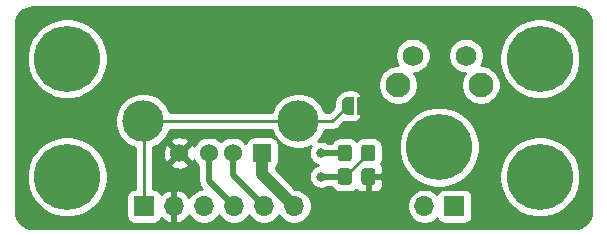
<source format=gtl>
G04 #@! TF.GenerationSoftware,KiCad,Pcbnew,5.1.9+dfsg1-1*
G04 #@! TF.CreationDate,2023-03-08T16:13:55+09:00*
G04 #@! TF.ProjectId,tablet-usb-adapter,7461626c-6574-42d7-9573-622d61646170,rev?*
G04 #@! TF.SameCoordinates,Original*
G04 #@! TF.FileFunction,Copper,L1,Top*
G04 #@! TF.FilePolarity,Positive*
%FSLAX46Y46*%
G04 Gerber Fmt 4.6, Leading zero omitted, Abs format (unit mm)*
G04 Created by KiCad (PCBNEW 5.1.9+dfsg1-1) date 2023-03-08 16:13:55*
%MOMM*%
%LPD*%
G01*
G04 APERTURE LIST*
G04 #@! TA.AperFunction,ComponentPad*
%ADD10C,5.600000*%
G04 #@! TD*
G04 #@! TA.AperFunction,ComponentPad*
%ADD11R,1.700000X1.700000*%
G04 #@! TD*
G04 #@! TA.AperFunction,ComponentPad*
%ADD12O,1.700000X1.700000*%
G04 #@! TD*
G04 #@! TA.AperFunction,ComponentPad*
%ADD13C,3.500000*%
G04 #@! TD*
G04 #@! TA.AperFunction,ComponentPad*
%ADD14R,1.524000X1.524000*%
G04 #@! TD*
G04 #@! TA.AperFunction,ComponentPad*
%ADD15C,1.524000*%
G04 #@! TD*
G04 #@! TA.AperFunction,ComponentPad*
%ADD16C,2.100000*%
G04 #@! TD*
G04 #@! TA.AperFunction,ComponentPad*
%ADD17C,1.750000*%
G04 #@! TD*
G04 #@! TA.AperFunction,SMDPad,CuDef*
%ADD18C,0.100000*%
G04 #@! TD*
G04 #@! TA.AperFunction,ViaPad*
%ADD19C,0.800000*%
G04 #@! TD*
G04 #@! TA.AperFunction,Conductor*
%ADD20C,0.250000*%
G04 #@! TD*
G04 #@! TA.AperFunction,Conductor*
%ADD21C,0.500000*%
G04 #@! TD*
G04 #@! TA.AperFunction,Conductor*
%ADD22C,1.000000*%
G04 #@! TD*
G04 #@! TA.AperFunction,Conductor*
%ADD23C,0.254000*%
G04 #@! TD*
G04 #@! TA.AperFunction,Conductor*
%ADD24C,0.100000*%
G04 #@! TD*
G04 APERTURE END LIST*
D10*
X151500000Y-117500000D03*
X160000000Y-120000000D03*
X160000000Y-110000000D03*
X120000000Y-120000000D03*
X120000000Y-110000000D03*
D11*
X152790000Y-122500000D03*
D12*
X150250000Y-122500000D03*
D11*
X126500000Y-122500000D03*
D12*
X129040000Y-122500000D03*
X131580000Y-122500000D03*
X134120000Y-122500000D03*
X136660000Y-122500000D03*
X139200000Y-122500000D03*
D13*
X126430000Y-115290000D03*
X139570000Y-115290000D03*
D14*
X136500000Y-118000000D03*
D15*
X134000000Y-118000000D03*
X132000000Y-118000000D03*
X129500000Y-118000000D03*
G04 #@! TA.AperFunction,SMDPad,CuDef*
G36*
G01*
X142900000Y-120450001D02*
X142900000Y-119549999D01*
G75*
G02*
X143149999Y-119300000I249999J0D01*
G01*
X143850001Y-119300000D01*
G75*
G02*
X144100000Y-119549999I0J-249999D01*
G01*
X144100000Y-120450001D01*
G75*
G02*
X143850001Y-120700000I-249999J0D01*
G01*
X143149999Y-120700000D01*
G75*
G02*
X142900000Y-120450001I0J249999D01*
G01*
G37*
G04 #@! TD.AperFunction*
G04 #@! TA.AperFunction,SMDPad,CuDef*
G36*
G01*
X144900000Y-120450001D02*
X144900000Y-119549999D01*
G75*
G02*
X145149999Y-119300000I249999J0D01*
G01*
X145850001Y-119300000D01*
G75*
G02*
X146100000Y-119549999I0J-249999D01*
G01*
X146100000Y-120450001D01*
G75*
G02*
X145850001Y-120700000I-249999J0D01*
G01*
X145149999Y-120700000D01*
G75*
G02*
X144900000Y-120450001I0J249999D01*
G01*
G37*
G04 #@! TD.AperFunction*
D16*
X155010000Y-112240000D03*
D17*
X153750000Y-109750000D03*
X149250000Y-109750000D03*
D16*
X148000000Y-112240000D03*
G04 #@! TA.AperFunction,SMDPad,CuDef*
G36*
G01*
X146100000Y-117549999D02*
X146100000Y-118450001D01*
G75*
G02*
X145850001Y-118700000I-249999J0D01*
G01*
X145149999Y-118700000D01*
G75*
G02*
X144900000Y-118450001I0J249999D01*
G01*
X144900000Y-117549999D01*
G75*
G02*
X145149999Y-117300000I249999J0D01*
G01*
X145850001Y-117300000D01*
G75*
G02*
X146100000Y-117549999I0J-249999D01*
G01*
G37*
G04 #@! TD.AperFunction*
G04 #@! TA.AperFunction,SMDPad,CuDef*
G36*
G01*
X144100000Y-117549999D02*
X144100000Y-118450001D01*
G75*
G02*
X143850001Y-118700000I-249999J0D01*
G01*
X143149999Y-118700000D01*
G75*
G02*
X142900000Y-118450001I0J249999D01*
G01*
X142900000Y-117549999D01*
G75*
G02*
X143149999Y-117300000I249999J0D01*
G01*
X143850001Y-117300000D01*
G75*
G02*
X144100000Y-117549999I0J-249999D01*
G01*
G37*
G04 #@! TD.AperFunction*
G04 #@! TA.AperFunction,SMDPad,CuDef*
D18*
G36*
X144250000Y-114750000D02*
G01*
X143750000Y-114750000D01*
X143750000Y-114749398D01*
X143725466Y-114749398D01*
X143676635Y-114744588D01*
X143628510Y-114735016D01*
X143581555Y-114720772D01*
X143536222Y-114701995D01*
X143492949Y-114678864D01*
X143452150Y-114651604D01*
X143414221Y-114620476D01*
X143379524Y-114585779D01*
X143348396Y-114547850D01*
X143321136Y-114507051D01*
X143298005Y-114463778D01*
X143279228Y-114418445D01*
X143264984Y-114371490D01*
X143255412Y-114323365D01*
X143250602Y-114274534D01*
X143250602Y-114250000D01*
X143250000Y-114250000D01*
X143250000Y-113750000D01*
X143250602Y-113750000D01*
X143250602Y-113725466D01*
X143255412Y-113676635D01*
X143264984Y-113628510D01*
X143279228Y-113581555D01*
X143298005Y-113536222D01*
X143321136Y-113492949D01*
X143348396Y-113452150D01*
X143379524Y-113414221D01*
X143414221Y-113379524D01*
X143452150Y-113348396D01*
X143492949Y-113321136D01*
X143536222Y-113298005D01*
X143581555Y-113279228D01*
X143628510Y-113264984D01*
X143676635Y-113255412D01*
X143725466Y-113250602D01*
X143750000Y-113250602D01*
X143750000Y-113250000D01*
X144250000Y-113250000D01*
X144250000Y-114750000D01*
G37*
G04 #@! TD.AperFunction*
G04 #@! TA.AperFunction,SMDPad,CuDef*
G36*
X145050000Y-113250602D02*
G01*
X145074534Y-113250602D01*
X145123365Y-113255412D01*
X145171490Y-113264984D01*
X145218445Y-113279228D01*
X145263778Y-113298005D01*
X145307051Y-113321136D01*
X145347850Y-113348396D01*
X145385779Y-113379524D01*
X145420476Y-113414221D01*
X145451604Y-113452150D01*
X145478864Y-113492949D01*
X145501995Y-113536222D01*
X145520772Y-113581555D01*
X145535016Y-113628510D01*
X145544588Y-113676635D01*
X145549398Y-113725466D01*
X145549398Y-113750000D01*
X145550000Y-113750000D01*
X145550000Y-114250000D01*
X145549398Y-114250000D01*
X145549398Y-114274534D01*
X145544588Y-114323365D01*
X145535016Y-114371490D01*
X145520772Y-114418445D01*
X145501995Y-114463778D01*
X145478864Y-114507051D01*
X145451604Y-114547850D01*
X145420476Y-114585779D01*
X145385779Y-114620476D01*
X145347850Y-114651604D01*
X145307051Y-114678864D01*
X145263778Y-114701995D01*
X145218445Y-114720772D01*
X145171490Y-114735016D01*
X145123365Y-114744588D01*
X145074534Y-114749398D01*
X145050000Y-114749398D01*
X145050000Y-114750000D01*
X144550000Y-114750000D01*
X144550000Y-113250000D01*
X145050000Y-113250000D01*
X145050000Y-113250602D01*
G37*
G04 #@! TD.AperFunction*
D19*
X141500000Y-120000000D03*
X141500000Y-118000000D03*
D20*
X126500000Y-115360000D02*
X126430000Y-115290000D01*
X126500000Y-122500000D02*
X126500000Y-115360000D01*
X126430000Y-115290000D02*
X139570000Y-115290000D01*
X142460000Y-115290000D02*
X143750000Y-114000000D01*
X139570000Y-115290000D02*
X142460000Y-115290000D01*
X145500000Y-118000000D02*
X143500000Y-120000000D01*
D21*
X141500000Y-120000000D02*
X143500000Y-120000000D01*
X132000000Y-120380000D02*
X132000000Y-118000000D01*
X134120000Y-122500000D02*
X132000000Y-120380000D01*
X134000000Y-119840000D02*
X136660000Y-122500000D01*
X134000000Y-118000000D02*
X134000000Y-119840000D01*
D22*
X136500000Y-119800000D02*
X139200000Y-122500000D01*
X136500000Y-118000000D02*
X136500000Y-119800000D01*
D21*
X141500000Y-118000000D02*
X143500000Y-118000000D01*
D23*
X163259659Y-105688625D02*
X163509429Y-105764035D01*
X163739792Y-105886522D01*
X163941980Y-106051422D01*
X164108286Y-106252450D01*
X164232378Y-106481954D01*
X164309531Y-106731195D01*
X164340000Y-107021089D01*
X164340001Y-122967711D01*
X164311375Y-123259660D01*
X164235965Y-123509429D01*
X164113477Y-123739794D01*
X163948579Y-123941979D01*
X163747546Y-124108288D01*
X163518046Y-124232378D01*
X163268805Y-124309531D01*
X162978911Y-124340000D01*
X117032279Y-124340000D01*
X116740340Y-124311375D01*
X116490571Y-124235965D01*
X116260206Y-124113477D01*
X116058021Y-123948579D01*
X115891712Y-123747546D01*
X115767622Y-123518046D01*
X115690469Y-123268805D01*
X115660000Y-122978911D01*
X115660000Y-119661682D01*
X116565000Y-119661682D01*
X116565000Y-120338318D01*
X116697006Y-121001952D01*
X116955943Y-121627082D01*
X117331862Y-122189685D01*
X117810315Y-122668138D01*
X118372918Y-123044057D01*
X118998048Y-123302994D01*
X119661682Y-123435000D01*
X120338318Y-123435000D01*
X121001952Y-123302994D01*
X121627082Y-123044057D01*
X122189685Y-122668138D01*
X122668138Y-122189685D01*
X123044057Y-121627082D01*
X123302994Y-121001952D01*
X123435000Y-120338318D01*
X123435000Y-119661682D01*
X123302994Y-118998048D01*
X123044057Y-118372918D01*
X122668138Y-117810315D01*
X122189685Y-117331862D01*
X121627082Y-116955943D01*
X121001952Y-116697006D01*
X120338318Y-116565000D01*
X119661682Y-116565000D01*
X118998048Y-116697006D01*
X118372918Y-116955943D01*
X117810315Y-117331862D01*
X117331862Y-117810315D01*
X116955943Y-118372918D01*
X116697006Y-118998048D01*
X116565000Y-119661682D01*
X115660000Y-119661682D01*
X115660000Y-115055098D01*
X124045000Y-115055098D01*
X124045000Y-115524902D01*
X124136654Y-115985679D01*
X124316440Y-116419721D01*
X124577450Y-116810349D01*
X124909651Y-117142550D01*
X125300279Y-117403560D01*
X125734321Y-117583346D01*
X125740001Y-117584476D01*
X125740000Y-121011928D01*
X125650000Y-121011928D01*
X125525518Y-121024188D01*
X125405820Y-121060498D01*
X125295506Y-121119463D01*
X125198815Y-121198815D01*
X125119463Y-121295506D01*
X125060498Y-121405820D01*
X125024188Y-121525518D01*
X125011928Y-121650000D01*
X125011928Y-123350000D01*
X125024188Y-123474482D01*
X125060498Y-123594180D01*
X125119463Y-123704494D01*
X125198815Y-123801185D01*
X125295506Y-123880537D01*
X125405820Y-123939502D01*
X125525518Y-123975812D01*
X125650000Y-123988072D01*
X127350000Y-123988072D01*
X127474482Y-123975812D01*
X127594180Y-123939502D01*
X127704494Y-123880537D01*
X127801185Y-123801185D01*
X127880537Y-123704494D01*
X127939502Y-123594180D01*
X127963966Y-123513534D01*
X128039731Y-123597588D01*
X128273080Y-123771641D01*
X128535901Y-123896825D01*
X128683110Y-123941476D01*
X128913000Y-123820155D01*
X128913000Y-122627000D01*
X128893000Y-122627000D01*
X128893000Y-122373000D01*
X128913000Y-122373000D01*
X128913000Y-121179845D01*
X128683110Y-121058524D01*
X128535901Y-121103175D01*
X128273080Y-121228359D01*
X128039731Y-121402412D01*
X127963966Y-121486466D01*
X127939502Y-121405820D01*
X127880537Y-121295506D01*
X127801185Y-121198815D01*
X127704494Y-121119463D01*
X127594180Y-121060498D01*
X127474482Y-121024188D01*
X127350000Y-121011928D01*
X127260000Y-121011928D01*
X127260000Y-118965565D01*
X128714040Y-118965565D01*
X128781020Y-119205656D01*
X129030048Y-119322756D01*
X129297135Y-119389023D01*
X129572017Y-119401910D01*
X129844133Y-119360922D01*
X130103023Y-119267636D01*
X130218980Y-119205656D01*
X130285960Y-118965565D01*
X129500000Y-118179605D01*
X128714040Y-118965565D01*
X127260000Y-118965565D01*
X127260000Y-118072017D01*
X128098090Y-118072017D01*
X128139078Y-118344133D01*
X128232364Y-118603023D01*
X128294344Y-118718980D01*
X128534435Y-118785960D01*
X129320395Y-118000000D01*
X128534435Y-117214040D01*
X128294344Y-117281020D01*
X128177244Y-117530048D01*
X128110977Y-117797135D01*
X128098090Y-118072017D01*
X127260000Y-118072017D01*
X127260000Y-117527708D01*
X127559721Y-117403560D01*
X127950349Y-117142550D01*
X128058464Y-117034435D01*
X128714040Y-117034435D01*
X129500000Y-117820395D01*
X130285960Y-117034435D01*
X130218980Y-116794344D01*
X129969952Y-116677244D01*
X129702865Y-116610977D01*
X129427983Y-116598090D01*
X129155867Y-116639078D01*
X128896977Y-116732364D01*
X128781020Y-116794344D01*
X128714040Y-117034435D01*
X128058464Y-117034435D01*
X128282550Y-116810349D01*
X128543560Y-116419721D01*
X128696703Y-116050000D01*
X137303297Y-116050000D01*
X137456440Y-116419721D01*
X137687811Y-116765991D01*
X137616494Y-116707463D01*
X137506180Y-116648498D01*
X137386482Y-116612188D01*
X137262000Y-116599928D01*
X135738000Y-116599928D01*
X135613518Y-116612188D01*
X135493820Y-116648498D01*
X135383506Y-116707463D01*
X135286815Y-116786815D01*
X135207463Y-116883506D01*
X135148498Y-116993820D01*
X135112188Y-117113518D01*
X135109059Y-117145292D01*
X135085120Y-117109465D01*
X134890535Y-116914880D01*
X134661727Y-116761995D01*
X134407490Y-116656686D01*
X134137592Y-116603000D01*
X133862408Y-116603000D01*
X133592510Y-116656686D01*
X133338273Y-116761995D01*
X133109465Y-116914880D01*
X133000000Y-117024345D01*
X132890535Y-116914880D01*
X132661727Y-116761995D01*
X132407490Y-116656686D01*
X132137592Y-116603000D01*
X131862408Y-116603000D01*
X131592510Y-116656686D01*
X131338273Y-116761995D01*
X131109465Y-116914880D01*
X130914880Y-117109465D01*
X130761995Y-117338273D01*
X130750758Y-117365401D01*
X130705656Y-117281020D01*
X130465565Y-117214040D01*
X129679605Y-118000000D01*
X130465565Y-118785960D01*
X130705656Y-118718980D01*
X130748218Y-118628467D01*
X130761995Y-118661727D01*
X130914880Y-118890535D01*
X131109465Y-119085120D01*
X131115001Y-119088819D01*
X131115000Y-120336531D01*
X131110719Y-120380000D01*
X131115000Y-120423469D01*
X131115000Y-120423476D01*
X131119466Y-120468817D01*
X131127805Y-120553490D01*
X131135668Y-120579411D01*
X131178411Y-120720312D01*
X131260589Y-120874058D01*
X131371183Y-121008817D01*
X131389451Y-121023810D01*
X131146842Y-121072068D01*
X130876589Y-121184010D01*
X130633368Y-121346525D01*
X130426525Y-121553368D01*
X130304805Y-121735534D01*
X130235178Y-121618645D01*
X130040269Y-121402412D01*
X129806920Y-121228359D01*
X129544099Y-121103175D01*
X129396890Y-121058524D01*
X129167000Y-121179845D01*
X129167000Y-122373000D01*
X129187000Y-122373000D01*
X129187000Y-122627000D01*
X129167000Y-122627000D01*
X129167000Y-123820155D01*
X129396890Y-123941476D01*
X129544099Y-123896825D01*
X129806920Y-123771641D01*
X130040269Y-123597588D01*
X130235178Y-123381355D01*
X130304805Y-123264466D01*
X130426525Y-123446632D01*
X130633368Y-123653475D01*
X130876589Y-123815990D01*
X131146842Y-123927932D01*
X131433740Y-123985000D01*
X131726260Y-123985000D01*
X132013158Y-123927932D01*
X132283411Y-123815990D01*
X132526632Y-123653475D01*
X132733475Y-123446632D01*
X132850000Y-123272240D01*
X132966525Y-123446632D01*
X133173368Y-123653475D01*
X133416589Y-123815990D01*
X133686842Y-123927932D01*
X133973740Y-123985000D01*
X134266260Y-123985000D01*
X134553158Y-123927932D01*
X134823411Y-123815990D01*
X135066632Y-123653475D01*
X135273475Y-123446632D01*
X135390000Y-123272240D01*
X135506525Y-123446632D01*
X135713368Y-123653475D01*
X135956589Y-123815990D01*
X136226842Y-123927932D01*
X136513740Y-123985000D01*
X136806260Y-123985000D01*
X137093158Y-123927932D01*
X137363411Y-123815990D01*
X137606632Y-123653475D01*
X137813475Y-123446632D01*
X137930000Y-123272240D01*
X138046525Y-123446632D01*
X138253368Y-123653475D01*
X138496589Y-123815990D01*
X138766842Y-123927932D01*
X139053740Y-123985000D01*
X139346260Y-123985000D01*
X139633158Y-123927932D01*
X139903411Y-123815990D01*
X140146632Y-123653475D01*
X140353475Y-123446632D01*
X140515990Y-123203411D01*
X140627932Y-122933158D01*
X140685000Y-122646260D01*
X140685000Y-122353740D01*
X148765000Y-122353740D01*
X148765000Y-122646260D01*
X148822068Y-122933158D01*
X148934010Y-123203411D01*
X149096525Y-123446632D01*
X149303368Y-123653475D01*
X149546589Y-123815990D01*
X149816842Y-123927932D01*
X150103740Y-123985000D01*
X150396260Y-123985000D01*
X150683158Y-123927932D01*
X150953411Y-123815990D01*
X151196632Y-123653475D01*
X151328487Y-123521620D01*
X151350498Y-123594180D01*
X151409463Y-123704494D01*
X151488815Y-123801185D01*
X151585506Y-123880537D01*
X151695820Y-123939502D01*
X151815518Y-123975812D01*
X151940000Y-123988072D01*
X153640000Y-123988072D01*
X153764482Y-123975812D01*
X153884180Y-123939502D01*
X153994494Y-123880537D01*
X154091185Y-123801185D01*
X154170537Y-123704494D01*
X154229502Y-123594180D01*
X154265812Y-123474482D01*
X154278072Y-123350000D01*
X154278072Y-121650000D01*
X154265812Y-121525518D01*
X154229502Y-121405820D01*
X154170537Y-121295506D01*
X154091185Y-121198815D01*
X153994494Y-121119463D01*
X153884180Y-121060498D01*
X153764482Y-121024188D01*
X153640000Y-121011928D01*
X151940000Y-121011928D01*
X151815518Y-121024188D01*
X151695820Y-121060498D01*
X151585506Y-121119463D01*
X151488815Y-121198815D01*
X151409463Y-121295506D01*
X151350498Y-121405820D01*
X151328487Y-121478380D01*
X151196632Y-121346525D01*
X150953411Y-121184010D01*
X150683158Y-121072068D01*
X150396260Y-121015000D01*
X150103740Y-121015000D01*
X149816842Y-121072068D01*
X149546589Y-121184010D01*
X149303368Y-121346525D01*
X149096525Y-121553368D01*
X148934010Y-121796589D01*
X148822068Y-122066842D01*
X148765000Y-122353740D01*
X140685000Y-122353740D01*
X140627932Y-122066842D01*
X140515990Y-121796589D01*
X140353475Y-121553368D01*
X140146632Y-121346525D01*
X139903411Y-121184010D01*
X139633158Y-121072068D01*
X139346260Y-121015000D01*
X139320132Y-121015000D01*
X137635000Y-119329869D01*
X137635000Y-119277350D01*
X137713185Y-119213185D01*
X137792537Y-119116494D01*
X137851502Y-119006180D01*
X137887812Y-118886482D01*
X137900072Y-118762000D01*
X137900072Y-117238000D01*
X137887812Y-117113518D01*
X137851502Y-116993820D01*
X137794753Y-116887652D01*
X138049651Y-117142550D01*
X138440279Y-117403560D01*
X138874321Y-117583346D01*
X139335098Y-117675000D01*
X139804902Y-117675000D01*
X140265679Y-117583346D01*
X140636150Y-117429892D01*
X140582795Y-117509744D01*
X140504774Y-117698102D01*
X140465000Y-117898061D01*
X140465000Y-118101939D01*
X140504774Y-118301898D01*
X140582795Y-118490256D01*
X140696063Y-118659774D01*
X140840226Y-118803937D01*
X141009744Y-118917205D01*
X141198102Y-118995226D01*
X141222103Y-119000000D01*
X141198102Y-119004774D01*
X141009744Y-119082795D01*
X140840226Y-119196063D01*
X140696063Y-119340226D01*
X140582795Y-119509744D01*
X140504774Y-119698102D01*
X140465000Y-119898061D01*
X140465000Y-120101939D01*
X140504774Y-120301898D01*
X140582795Y-120490256D01*
X140696063Y-120659774D01*
X140840226Y-120803937D01*
X141009744Y-120917205D01*
X141198102Y-120995226D01*
X141398061Y-121035000D01*
X141601939Y-121035000D01*
X141801898Y-120995226D01*
X141990256Y-120917205D01*
X142038454Y-120885000D01*
X142380386Y-120885000D01*
X142411595Y-120943387D01*
X142522038Y-121077962D01*
X142656613Y-121188405D01*
X142810149Y-121270472D01*
X142976745Y-121321008D01*
X143149999Y-121338072D01*
X143850001Y-121338072D01*
X144023255Y-121321008D01*
X144189851Y-121270472D01*
X144343387Y-121188405D01*
X144424637Y-121121724D01*
X144448815Y-121151185D01*
X144545506Y-121230537D01*
X144655820Y-121289502D01*
X144775518Y-121325812D01*
X144900000Y-121338072D01*
X145214250Y-121335000D01*
X145373000Y-121176250D01*
X145373000Y-120127000D01*
X145627000Y-120127000D01*
X145627000Y-121176250D01*
X145785750Y-121335000D01*
X146100000Y-121338072D01*
X146224482Y-121325812D01*
X146344180Y-121289502D01*
X146454494Y-121230537D01*
X146551185Y-121151185D01*
X146630537Y-121054494D01*
X146689502Y-120944180D01*
X146725812Y-120824482D01*
X146738072Y-120700000D01*
X146735000Y-120285750D01*
X146576250Y-120127000D01*
X145627000Y-120127000D01*
X145373000Y-120127000D01*
X145353000Y-120127000D01*
X145353000Y-119873000D01*
X145373000Y-119873000D01*
X145373000Y-119853000D01*
X145627000Y-119853000D01*
X145627000Y-119873000D01*
X146576250Y-119873000D01*
X146735000Y-119714250D01*
X146738072Y-119300000D01*
X146725812Y-119175518D01*
X146689502Y-119055820D01*
X146630537Y-118945506D01*
X146604337Y-118913581D01*
X146670472Y-118789851D01*
X146721008Y-118623255D01*
X146738072Y-118450001D01*
X146738072Y-117549999D01*
X146721008Y-117376745D01*
X146670472Y-117210149D01*
X146644566Y-117161682D01*
X148065000Y-117161682D01*
X148065000Y-117838318D01*
X148197006Y-118501952D01*
X148455943Y-119127082D01*
X148831862Y-119689685D01*
X149310315Y-120168138D01*
X149872918Y-120544057D01*
X150498048Y-120802994D01*
X151161682Y-120935000D01*
X151838318Y-120935000D01*
X152501952Y-120802994D01*
X153127082Y-120544057D01*
X153689685Y-120168138D01*
X154168138Y-119689685D01*
X154186848Y-119661682D01*
X156565000Y-119661682D01*
X156565000Y-120338318D01*
X156697006Y-121001952D01*
X156955943Y-121627082D01*
X157331862Y-122189685D01*
X157810315Y-122668138D01*
X158372918Y-123044057D01*
X158998048Y-123302994D01*
X159661682Y-123435000D01*
X160338318Y-123435000D01*
X161001952Y-123302994D01*
X161627082Y-123044057D01*
X162189685Y-122668138D01*
X162668138Y-122189685D01*
X163044057Y-121627082D01*
X163302994Y-121001952D01*
X163435000Y-120338318D01*
X163435000Y-119661682D01*
X163302994Y-118998048D01*
X163044057Y-118372918D01*
X162668138Y-117810315D01*
X162189685Y-117331862D01*
X161627082Y-116955943D01*
X161001952Y-116697006D01*
X160338318Y-116565000D01*
X159661682Y-116565000D01*
X158998048Y-116697006D01*
X158372918Y-116955943D01*
X157810315Y-117331862D01*
X157331862Y-117810315D01*
X156955943Y-118372918D01*
X156697006Y-118998048D01*
X156565000Y-119661682D01*
X154186848Y-119661682D01*
X154544057Y-119127082D01*
X154802994Y-118501952D01*
X154935000Y-117838318D01*
X154935000Y-117161682D01*
X154802994Y-116498048D01*
X154544057Y-115872918D01*
X154168138Y-115310315D01*
X153689685Y-114831862D01*
X153127082Y-114455943D01*
X152501952Y-114197006D01*
X151838318Y-114065000D01*
X151161682Y-114065000D01*
X150498048Y-114197006D01*
X149872918Y-114455943D01*
X149310315Y-114831862D01*
X148831862Y-115310315D01*
X148455943Y-115872918D01*
X148197006Y-116498048D01*
X148065000Y-117161682D01*
X146644566Y-117161682D01*
X146588405Y-117056613D01*
X146477962Y-116922038D01*
X146343387Y-116811595D01*
X146189851Y-116729528D01*
X146023255Y-116678992D01*
X145850001Y-116661928D01*
X145149999Y-116661928D01*
X144976745Y-116678992D01*
X144810149Y-116729528D01*
X144656613Y-116811595D01*
X144522038Y-116922038D01*
X144500000Y-116948891D01*
X144477962Y-116922038D01*
X144343387Y-116811595D01*
X144189851Y-116729528D01*
X144023255Y-116678992D01*
X143850001Y-116661928D01*
X143149999Y-116661928D01*
X142976745Y-116678992D01*
X142810149Y-116729528D01*
X142656613Y-116811595D01*
X142522038Y-116922038D01*
X142411595Y-117056613D01*
X142380386Y-117115000D01*
X142038454Y-117115000D01*
X141990256Y-117082795D01*
X141801898Y-117004774D01*
X141601939Y-116965000D01*
X141398061Y-116965000D01*
X141235580Y-116997319D01*
X141422550Y-116810349D01*
X141683560Y-116419721D01*
X141836703Y-116050000D01*
X142422678Y-116050000D01*
X142460000Y-116053676D01*
X142497322Y-116050000D01*
X142497333Y-116050000D01*
X142608986Y-116039003D01*
X142752247Y-115995546D01*
X142884276Y-115924974D01*
X143000001Y-115830001D01*
X143023803Y-115800998D01*
X143472814Y-115351988D01*
X143480377Y-115354282D01*
X143576510Y-115373404D01*
X143700991Y-115385664D01*
X143725550Y-115385664D01*
X143750000Y-115388072D01*
X144250000Y-115388072D01*
X144374482Y-115375812D01*
X144494180Y-115339502D01*
X144604494Y-115280537D01*
X144701185Y-115201185D01*
X144780537Y-115104494D01*
X144839502Y-114994180D01*
X144875812Y-114874482D01*
X144888072Y-114750000D01*
X144888072Y-113250000D01*
X144875812Y-113125518D01*
X144839502Y-113005820D01*
X144780537Y-112895506D01*
X144701185Y-112798815D01*
X144604494Y-112719463D01*
X144494180Y-112660498D01*
X144374482Y-112624188D01*
X144250000Y-112611928D01*
X143750000Y-112611928D01*
X143725550Y-112614336D01*
X143700991Y-112614336D01*
X143576510Y-112626596D01*
X143480377Y-112645718D01*
X143360681Y-112682027D01*
X143270125Y-112719536D01*
X143159808Y-112778502D01*
X143078309Y-112832958D01*
X142981618Y-112912310D01*
X142912310Y-112981618D01*
X142832958Y-113078309D01*
X142778502Y-113159808D01*
X142719536Y-113270125D01*
X142682027Y-113360681D01*
X142645718Y-113480377D01*
X142626596Y-113576510D01*
X142614336Y-113700991D01*
X142614336Y-113725550D01*
X142611928Y-113750000D01*
X142611928Y-114063270D01*
X142145199Y-114530000D01*
X141836703Y-114530000D01*
X141683560Y-114160279D01*
X141422550Y-113769651D01*
X141090349Y-113437450D01*
X140699721Y-113176440D01*
X140265679Y-112996654D01*
X139804902Y-112905000D01*
X139335098Y-112905000D01*
X138874321Y-112996654D01*
X138440279Y-113176440D01*
X138049651Y-113437450D01*
X137717450Y-113769651D01*
X137456440Y-114160279D01*
X137303297Y-114530000D01*
X128696703Y-114530000D01*
X128543560Y-114160279D01*
X128282550Y-113769651D01*
X127950349Y-113437450D01*
X127559721Y-113176440D01*
X127125679Y-112996654D01*
X126664902Y-112905000D01*
X126195098Y-112905000D01*
X125734321Y-112996654D01*
X125300279Y-113176440D01*
X124909651Y-113437450D01*
X124577450Y-113769651D01*
X124316440Y-114160279D01*
X124136654Y-114594321D01*
X124045000Y-115055098D01*
X115660000Y-115055098D01*
X115660000Y-109661682D01*
X116565000Y-109661682D01*
X116565000Y-110338318D01*
X116697006Y-111001952D01*
X116955943Y-111627082D01*
X117331862Y-112189685D01*
X117810315Y-112668138D01*
X118372918Y-113044057D01*
X118998048Y-113302994D01*
X119661682Y-113435000D01*
X120338318Y-113435000D01*
X121001952Y-113302994D01*
X121627082Y-113044057D01*
X122189685Y-112668138D01*
X122668138Y-112189685D01*
X122745408Y-112074042D01*
X146315000Y-112074042D01*
X146315000Y-112405958D01*
X146379754Y-112731496D01*
X146506772Y-113038147D01*
X146691175Y-113314125D01*
X146925875Y-113548825D01*
X147201853Y-113733228D01*
X147508504Y-113860246D01*
X147834042Y-113925000D01*
X148165958Y-113925000D01*
X148491496Y-113860246D01*
X148798147Y-113733228D01*
X149074125Y-113548825D01*
X149308825Y-113314125D01*
X149493228Y-113038147D01*
X149620246Y-112731496D01*
X149685000Y-112405958D01*
X149685000Y-112074042D01*
X149620246Y-111748504D01*
X149493228Y-111441853D01*
X149371717Y-111260000D01*
X149398722Y-111260000D01*
X149690451Y-111201971D01*
X149965253Y-111088144D01*
X150212569Y-110922893D01*
X150422893Y-110712569D01*
X150588144Y-110465253D01*
X150701971Y-110190451D01*
X150760000Y-109898722D01*
X150760000Y-109601278D01*
X152240000Y-109601278D01*
X152240000Y-109898722D01*
X152298029Y-110190451D01*
X152411856Y-110465253D01*
X152577107Y-110712569D01*
X152787431Y-110922893D01*
X153034747Y-111088144D01*
X153309549Y-111201971D01*
X153601278Y-111260000D01*
X153638283Y-111260000D01*
X153516772Y-111441853D01*
X153389754Y-111748504D01*
X153325000Y-112074042D01*
X153325000Y-112405958D01*
X153389754Y-112731496D01*
X153516772Y-113038147D01*
X153701175Y-113314125D01*
X153935875Y-113548825D01*
X154211853Y-113733228D01*
X154518504Y-113860246D01*
X154844042Y-113925000D01*
X155175958Y-113925000D01*
X155501496Y-113860246D01*
X155808147Y-113733228D01*
X156084125Y-113548825D01*
X156318825Y-113314125D01*
X156503228Y-113038147D01*
X156630246Y-112731496D01*
X156695000Y-112405958D01*
X156695000Y-112074042D01*
X156630246Y-111748504D01*
X156503228Y-111441853D01*
X156318825Y-111165875D01*
X156084125Y-110931175D01*
X155808147Y-110746772D01*
X155501496Y-110619754D01*
X155175958Y-110555000D01*
X155028177Y-110555000D01*
X155088144Y-110465253D01*
X155201971Y-110190451D01*
X155260000Y-109898722D01*
X155260000Y-109661682D01*
X156565000Y-109661682D01*
X156565000Y-110338318D01*
X156697006Y-111001952D01*
X156955943Y-111627082D01*
X157331862Y-112189685D01*
X157810315Y-112668138D01*
X158372918Y-113044057D01*
X158998048Y-113302994D01*
X159661682Y-113435000D01*
X160338318Y-113435000D01*
X161001952Y-113302994D01*
X161627082Y-113044057D01*
X162189685Y-112668138D01*
X162668138Y-112189685D01*
X163044057Y-111627082D01*
X163302994Y-111001952D01*
X163435000Y-110338318D01*
X163435000Y-109661682D01*
X163302994Y-108998048D01*
X163044057Y-108372918D01*
X162668138Y-107810315D01*
X162189685Y-107331862D01*
X161627082Y-106955943D01*
X161001952Y-106697006D01*
X160338318Y-106565000D01*
X159661682Y-106565000D01*
X158998048Y-106697006D01*
X158372918Y-106955943D01*
X157810315Y-107331862D01*
X157331862Y-107810315D01*
X156955943Y-108372918D01*
X156697006Y-108998048D01*
X156565000Y-109661682D01*
X155260000Y-109661682D01*
X155260000Y-109601278D01*
X155201971Y-109309549D01*
X155088144Y-109034747D01*
X154922893Y-108787431D01*
X154712569Y-108577107D01*
X154465253Y-108411856D01*
X154190451Y-108298029D01*
X153898722Y-108240000D01*
X153601278Y-108240000D01*
X153309549Y-108298029D01*
X153034747Y-108411856D01*
X152787431Y-108577107D01*
X152577107Y-108787431D01*
X152411856Y-109034747D01*
X152298029Y-109309549D01*
X152240000Y-109601278D01*
X150760000Y-109601278D01*
X150701971Y-109309549D01*
X150588144Y-109034747D01*
X150422893Y-108787431D01*
X150212569Y-108577107D01*
X149965253Y-108411856D01*
X149690451Y-108298029D01*
X149398722Y-108240000D01*
X149101278Y-108240000D01*
X148809549Y-108298029D01*
X148534747Y-108411856D01*
X148287431Y-108577107D01*
X148077107Y-108787431D01*
X147911856Y-109034747D01*
X147798029Y-109309549D01*
X147740000Y-109601278D01*
X147740000Y-109898722D01*
X147798029Y-110190451D01*
X147911856Y-110465253D01*
X147971823Y-110555000D01*
X147834042Y-110555000D01*
X147508504Y-110619754D01*
X147201853Y-110746772D01*
X146925875Y-110931175D01*
X146691175Y-111165875D01*
X146506772Y-111441853D01*
X146379754Y-111748504D01*
X146315000Y-112074042D01*
X122745408Y-112074042D01*
X123044057Y-111627082D01*
X123302994Y-111001952D01*
X123435000Y-110338318D01*
X123435000Y-109661682D01*
X123302994Y-108998048D01*
X123044057Y-108372918D01*
X122668138Y-107810315D01*
X122189685Y-107331862D01*
X121627082Y-106955943D01*
X121001952Y-106697006D01*
X120338318Y-106565000D01*
X119661682Y-106565000D01*
X118998048Y-106697006D01*
X118372918Y-106955943D01*
X117810315Y-107331862D01*
X117331862Y-107810315D01*
X116955943Y-108372918D01*
X116697006Y-108998048D01*
X116565000Y-109661682D01*
X115660000Y-109661682D01*
X115660000Y-107032279D01*
X115688625Y-106740341D01*
X115764035Y-106490571D01*
X115886522Y-106260208D01*
X116051422Y-106058020D01*
X116252450Y-105891714D01*
X116481954Y-105767622D01*
X116731195Y-105690469D01*
X117021088Y-105660000D01*
X162967721Y-105660000D01*
X163259659Y-105688625D01*
G04 #@! TA.AperFunction,Conductor*
D24*
G36*
X163259659Y-105688625D02*
G01*
X163509429Y-105764035D01*
X163739792Y-105886522D01*
X163941980Y-106051422D01*
X164108286Y-106252450D01*
X164232378Y-106481954D01*
X164309531Y-106731195D01*
X164340000Y-107021089D01*
X164340001Y-122967711D01*
X164311375Y-123259660D01*
X164235965Y-123509429D01*
X164113477Y-123739794D01*
X163948579Y-123941979D01*
X163747546Y-124108288D01*
X163518046Y-124232378D01*
X163268805Y-124309531D01*
X162978911Y-124340000D01*
X117032279Y-124340000D01*
X116740340Y-124311375D01*
X116490571Y-124235965D01*
X116260206Y-124113477D01*
X116058021Y-123948579D01*
X115891712Y-123747546D01*
X115767622Y-123518046D01*
X115690469Y-123268805D01*
X115660000Y-122978911D01*
X115660000Y-119661682D01*
X116565000Y-119661682D01*
X116565000Y-120338318D01*
X116697006Y-121001952D01*
X116955943Y-121627082D01*
X117331862Y-122189685D01*
X117810315Y-122668138D01*
X118372918Y-123044057D01*
X118998048Y-123302994D01*
X119661682Y-123435000D01*
X120338318Y-123435000D01*
X121001952Y-123302994D01*
X121627082Y-123044057D01*
X122189685Y-122668138D01*
X122668138Y-122189685D01*
X123044057Y-121627082D01*
X123302994Y-121001952D01*
X123435000Y-120338318D01*
X123435000Y-119661682D01*
X123302994Y-118998048D01*
X123044057Y-118372918D01*
X122668138Y-117810315D01*
X122189685Y-117331862D01*
X121627082Y-116955943D01*
X121001952Y-116697006D01*
X120338318Y-116565000D01*
X119661682Y-116565000D01*
X118998048Y-116697006D01*
X118372918Y-116955943D01*
X117810315Y-117331862D01*
X117331862Y-117810315D01*
X116955943Y-118372918D01*
X116697006Y-118998048D01*
X116565000Y-119661682D01*
X115660000Y-119661682D01*
X115660000Y-115055098D01*
X124045000Y-115055098D01*
X124045000Y-115524902D01*
X124136654Y-115985679D01*
X124316440Y-116419721D01*
X124577450Y-116810349D01*
X124909651Y-117142550D01*
X125300279Y-117403560D01*
X125734321Y-117583346D01*
X125740001Y-117584476D01*
X125740000Y-121011928D01*
X125650000Y-121011928D01*
X125525518Y-121024188D01*
X125405820Y-121060498D01*
X125295506Y-121119463D01*
X125198815Y-121198815D01*
X125119463Y-121295506D01*
X125060498Y-121405820D01*
X125024188Y-121525518D01*
X125011928Y-121650000D01*
X125011928Y-123350000D01*
X125024188Y-123474482D01*
X125060498Y-123594180D01*
X125119463Y-123704494D01*
X125198815Y-123801185D01*
X125295506Y-123880537D01*
X125405820Y-123939502D01*
X125525518Y-123975812D01*
X125650000Y-123988072D01*
X127350000Y-123988072D01*
X127474482Y-123975812D01*
X127594180Y-123939502D01*
X127704494Y-123880537D01*
X127801185Y-123801185D01*
X127880537Y-123704494D01*
X127939502Y-123594180D01*
X127963966Y-123513534D01*
X128039731Y-123597588D01*
X128273080Y-123771641D01*
X128535901Y-123896825D01*
X128683110Y-123941476D01*
X128913000Y-123820155D01*
X128913000Y-122627000D01*
X128893000Y-122627000D01*
X128893000Y-122373000D01*
X128913000Y-122373000D01*
X128913000Y-121179845D01*
X128683110Y-121058524D01*
X128535901Y-121103175D01*
X128273080Y-121228359D01*
X128039731Y-121402412D01*
X127963966Y-121486466D01*
X127939502Y-121405820D01*
X127880537Y-121295506D01*
X127801185Y-121198815D01*
X127704494Y-121119463D01*
X127594180Y-121060498D01*
X127474482Y-121024188D01*
X127350000Y-121011928D01*
X127260000Y-121011928D01*
X127260000Y-118965565D01*
X128714040Y-118965565D01*
X128781020Y-119205656D01*
X129030048Y-119322756D01*
X129297135Y-119389023D01*
X129572017Y-119401910D01*
X129844133Y-119360922D01*
X130103023Y-119267636D01*
X130218980Y-119205656D01*
X130285960Y-118965565D01*
X129500000Y-118179605D01*
X128714040Y-118965565D01*
X127260000Y-118965565D01*
X127260000Y-118072017D01*
X128098090Y-118072017D01*
X128139078Y-118344133D01*
X128232364Y-118603023D01*
X128294344Y-118718980D01*
X128534435Y-118785960D01*
X129320395Y-118000000D01*
X128534435Y-117214040D01*
X128294344Y-117281020D01*
X128177244Y-117530048D01*
X128110977Y-117797135D01*
X128098090Y-118072017D01*
X127260000Y-118072017D01*
X127260000Y-117527708D01*
X127559721Y-117403560D01*
X127950349Y-117142550D01*
X128058464Y-117034435D01*
X128714040Y-117034435D01*
X129500000Y-117820395D01*
X130285960Y-117034435D01*
X130218980Y-116794344D01*
X129969952Y-116677244D01*
X129702865Y-116610977D01*
X129427983Y-116598090D01*
X129155867Y-116639078D01*
X128896977Y-116732364D01*
X128781020Y-116794344D01*
X128714040Y-117034435D01*
X128058464Y-117034435D01*
X128282550Y-116810349D01*
X128543560Y-116419721D01*
X128696703Y-116050000D01*
X137303297Y-116050000D01*
X137456440Y-116419721D01*
X137687811Y-116765991D01*
X137616494Y-116707463D01*
X137506180Y-116648498D01*
X137386482Y-116612188D01*
X137262000Y-116599928D01*
X135738000Y-116599928D01*
X135613518Y-116612188D01*
X135493820Y-116648498D01*
X135383506Y-116707463D01*
X135286815Y-116786815D01*
X135207463Y-116883506D01*
X135148498Y-116993820D01*
X135112188Y-117113518D01*
X135109059Y-117145292D01*
X135085120Y-117109465D01*
X134890535Y-116914880D01*
X134661727Y-116761995D01*
X134407490Y-116656686D01*
X134137592Y-116603000D01*
X133862408Y-116603000D01*
X133592510Y-116656686D01*
X133338273Y-116761995D01*
X133109465Y-116914880D01*
X133000000Y-117024345D01*
X132890535Y-116914880D01*
X132661727Y-116761995D01*
X132407490Y-116656686D01*
X132137592Y-116603000D01*
X131862408Y-116603000D01*
X131592510Y-116656686D01*
X131338273Y-116761995D01*
X131109465Y-116914880D01*
X130914880Y-117109465D01*
X130761995Y-117338273D01*
X130750758Y-117365401D01*
X130705656Y-117281020D01*
X130465565Y-117214040D01*
X129679605Y-118000000D01*
X130465565Y-118785960D01*
X130705656Y-118718980D01*
X130748218Y-118628467D01*
X130761995Y-118661727D01*
X130914880Y-118890535D01*
X131109465Y-119085120D01*
X131115001Y-119088819D01*
X131115000Y-120336531D01*
X131110719Y-120380000D01*
X131115000Y-120423469D01*
X131115000Y-120423476D01*
X131119466Y-120468817D01*
X131127805Y-120553490D01*
X131135668Y-120579411D01*
X131178411Y-120720312D01*
X131260589Y-120874058D01*
X131371183Y-121008817D01*
X131389451Y-121023810D01*
X131146842Y-121072068D01*
X130876589Y-121184010D01*
X130633368Y-121346525D01*
X130426525Y-121553368D01*
X130304805Y-121735534D01*
X130235178Y-121618645D01*
X130040269Y-121402412D01*
X129806920Y-121228359D01*
X129544099Y-121103175D01*
X129396890Y-121058524D01*
X129167000Y-121179845D01*
X129167000Y-122373000D01*
X129187000Y-122373000D01*
X129187000Y-122627000D01*
X129167000Y-122627000D01*
X129167000Y-123820155D01*
X129396890Y-123941476D01*
X129544099Y-123896825D01*
X129806920Y-123771641D01*
X130040269Y-123597588D01*
X130235178Y-123381355D01*
X130304805Y-123264466D01*
X130426525Y-123446632D01*
X130633368Y-123653475D01*
X130876589Y-123815990D01*
X131146842Y-123927932D01*
X131433740Y-123985000D01*
X131726260Y-123985000D01*
X132013158Y-123927932D01*
X132283411Y-123815990D01*
X132526632Y-123653475D01*
X132733475Y-123446632D01*
X132850000Y-123272240D01*
X132966525Y-123446632D01*
X133173368Y-123653475D01*
X133416589Y-123815990D01*
X133686842Y-123927932D01*
X133973740Y-123985000D01*
X134266260Y-123985000D01*
X134553158Y-123927932D01*
X134823411Y-123815990D01*
X135066632Y-123653475D01*
X135273475Y-123446632D01*
X135390000Y-123272240D01*
X135506525Y-123446632D01*
X135713368Y-123653475D01*
X135956589Y-123815990D01*
X136226842Y-123927932D01*
X136513740Y-123985000D01*
X136806260Y-123985000D01*
X137093158Y-123927932D01*
X137363411Y-123815990D01*
X137606632Y-123653475D01*
X137813475Y-123446632D01*
X137930000Y-123272240D01*
X138046525Y-123446632D01*
X138253368Y-123653475D01*
X138496589Y-123815990D01*
X138766842Y-123927932D01*
X139053740Y-123985000D01*
X139346260Y-123985000D01*
X139633158Y-123927932D01*
X139903411Y-123815990D01*
X140146632Y-123653475D01*
X140353475Y-123446632D01*
X140515990Y-123203411D01*
X140627932Y-122933158D01*
X140685000Y-122646260D01*
X140685000Y-122353740D01*
X148765000Y-122353740D01*
X148765000Y-122646260D01*
X148822068Y-122933158D01*
X148934010Y-123203411D01*
X149096525Y-123446632D01*
X149303368Y-123653475D01*
X149546589Y-123815990D01*
X149816842Y-123927932D01*
X150103740Y-123985000D01*
X150396260Y-123985000D01*
X150683158Y-123927932D01*
X150953411Y-123815990D01*
X151196632Y-123653475D01*
X151328487Y-123521620D01*
X151350498Y-123594180D01*
X151409463Y-123704494D01*
X151488815Y-123801185D01*
X151585506Y-123880537D01*
X151695820Y-123939502D01*
X151815518Y-123975812D01*
X151940000Y-123988072D01*
X153640000Y-123988072D01*
X153764482Y-123975812D01*
X153884180Y-123939502D01*
X153994494Y-123880537D01*
X154091185Y-123801185D01*
X154170537Y-123704494D01*
X154229502Y-123594180D01*
X154265812Y-123474482D01*
X154278072Y-123350000D01*
X154278072Y-121650000D01*
X154265812Y-121525518D01*
X154229502Y-121405820D01*
X154170537Y-121295506D01*
X154091185Y-121198815D01*
X153994494Y-121119463D01*
X153884180Y-121060498D01*
X153764482Y-121024188D01*
X153640000Y-121011928D01*
X151940000Y-121011928D01*
X151815518Y-121024188D01*
X151695820Y-121060498D01*
X151585506Y-121119463D01*
X151488815Y-121198815D01*
X151409463Y-121295506D01*
X151350498Y-121405820D01*
X151328487Y-121478380D01*
X151196632Y-121346525D01*
X150953411Y-121184010D01*
X150683158Y-121072068D01*
X150396260Y-121015000D01*
X150103740Y-121015000D01*
X149816842Y-121072068D01*
X149546589Y-121184010D01*
X149303368Y-121346525D01*
X149096525Y-121553368D01*
X148934010Y-121796589D01*
X148822068Y-122066842D01*
X148765000Y-122353740D01*
X140685000Y-122353740D01*
X140627932Y-122066842D01*
X140515990Y-121796589D01*
X140353475Y-121553368D01*
X140146632Y-121346525D01*
X139903411Y-121184010D01*
X139633158Y-121072068D01*
X139346260Y-121015000D01*
X139320132Y-121015000D01*
X137635000Y-119329869D01*
X137635000Y-119277350D01*
X137713185Y-119213185D01*
X137792537Y-119116494D01*
X137851502Y-119006180D01*
X137887812Y-118886482D01*
X137900072Y-118762000D01*
X137900072Y-117238000D01*
X137887812Y-117113518D01*
X137851502Y-116993820D01*
X137794753Y-116887652D01*
X138049651Y-117142550D01*
X138440279Y-117403560D01*
X138874321Y-117583346D01*
X139335098Y-117675000D01*
X139804902Y-117675000D01*
X140265679Y-117583346D01*
X140636150Y-117429892D01*
X140582795Y-117509744D01*
X140504774Y-117698102D01*
X140465000Y-117898061D01*
X140465000Y-118101939D01*
X140504774Y-118301898D01*
X140582795Y-118490256D01*
X140696063Y-118659774D01*
X140840226Y-118803937D01*
X141009744Y-118917205D01*
X141198102Y-118995226D01*
X141222103Y-119000000D01*
X141198102Y-119004774D01*
X141009744Y-119082795D01*
X140840226Y-119196063D01*
X140696063Y-119340226D01*
X140582795Y-119509744D01*
X140504774Y-119698102D01*
X140465000Y-119898061D01*
X140465000Y-120101939D01*
X140504774Y-120301898D01*
X140582795Y-120490256D01*
X140696063Y-120659774D01*
X140840226Y-120803937D01*
X141009744Y-120917205D01*
X141198102Y-120995226D01*
X141398061Y-121035000D01*
X141601939Y-121035000D01*
X141801898Y-120995226D01*
X141990256Y-120917205D01*
X142038454Y-120885000D01*
X142380386Y-120885000D01*
X142411595Y-120943387D01*
X142522038Y-121077962D01*
X142656613Y-121188405D01*
X142810149Y-121270472D01*
X142976745Y-121321008D01*
X143149999Y-121338072D01*
X143850001Y-121338072D01*
X144023255Y-121321008D01*
X144189851Y-121270472D01*
X144343387Y-121188405D01*
X144424637Y-121121724D01*
X144448815Y-121151185D01*
X144545506Y-121230537D01*
X144655820Y-121289502D01*
X144775518Y-121325812D01*
X144900000Y-121338072D01*
X145214250Y-121335000D01*
X145373000Y-121176250D01*
X145373000Y-120127000D01*
X145627000Y-120127000D01*
X145627000Y-121176250D01*
X145785750Y-121335000D01*
X146100000Y-121338072D01*
X146224482Y-121325812D01*
X146344180Y-121289502D01*
X146454494Y-121230537D01*
X146551185Y-121151185D01*
X146630537Y-121054494D01*
X146689502Y-120944180D01*
X146725812Y-120824482D01*
X146738072Y-120700000D01*
X146735000Y-120285750D01*
X146576250Y-120127000D01*
X145627000Y-120127000D01*
X145373000Y-120127000D01*
X145353000Y-120127000D01*
X145353000Y-119873000D01*
X145373000Y-119873000D01*
X145373000Y-119853000D01*
X145627000Y-119853000D01*
X145627000Y-119873000D01*
X146576250Y-119873000D01*
X146735000Y-119714250D01*
X146738072Y-119300000D01*
X146725812Y-119175518D01*
X146689502Y-119055820D01*
X146630537Y-118945506D01*
X146604337Y-118913581D01*
X146670472Y-118789851D01*
X146721008Y-118623255D01*
X146738072Y-118450001D01*
X146738072Y-117549999D01*
X146721008Y-117376745D01*
X146670472Y-117210149D01*
X146644566Y-117161682D01*
X148065000Y-117161682D01*
X148065000Y-117838318D01*
X148197006Y-118501952D01*
X148455943Y-119127082D01*
X148831862Y-119689685D01*
X149310315Y-120168138D01*
X149872918Y-120544057D01*
X150498048Y-120802994D01*
X151161682Y-120935000D01*
X151838318Y-120935000D01*
X152501952Y-120802994D01*
X153127082Y-120544057D01*
X153689685Y-120168138D01*
X154168138Y-119689685D01*
X154186848Y-119661682D01*
X156565000Y-119661682D01*
X156565000Y-120338318D01*
X156697006Y-121001952D01*
X156955943Y-121627082D01*
X157331862Y-122189685D01*
X157810315Y-122668138D01*
X158372918Y-123044057D01*
X158998048Y-123302994D01*
X159661682Y-123435000D01*
X160338318Y-123435000D01*
X161001952Y-123302994D01*
X161627082Y-123044057D01*
X162189685Y-122668138D01*
X162668138Y-122189685D01*
X163044057Y-121627082D01*
X163302994Y-121001952D01*
X163435000Y-120338318D01*
X163435000Y-119661682D01*
X163302994Y-118998048D01*
X163044057Y-118372918D01*
X162668138Y-117810315D01*
X162189685Y-117331862D01*
X161627082Y-116955943D01*
X161001952Y-116697006D01*
X160338318Y-116565000D01*
X159661682Y-116565000D01*
X158998048Y-116697006D01*
X158372918Y-116955943D01*
X157810315Y-117331862D01*
X157331862Y-117810315D01*
X156955943Y-118372918D01*
X156697006Y-118998048D01*
X156565000Y-119661682D01*
X154186848Y-119661682D01*
X154544057Y-119127082D01*
X154802994Y-118501952D01*
X154935000Y-117838318D01*
X154935000Y-117161682D01*
X154802994Y-116498048D01*
X154544057Y-115872918D01*
X154168138Y-115310315D01*
X153689685Y-114831862D01*
X153127082Y-114455943D01*
X152501952Y-114197006D01*
X151838318Y-114065000D01*
X151161682Y-114065000D01*
X150498048Y-114197006D01*
X149872918Y-114455943D01*
X149310315Y-114831862D01*
X148831862Y-115310315D01*
X148455943Y-115872918D01*
X148197006Y-116498048D01*
X148065000Y-117161682D01*
X146644566Y-117161682D01*
X146588405Y-117056613D01*
X146477962Y-116922038D01*
X146343387Y-116811595D01*
X146189851Y-116729528D01*
X146023255Y-116678992D01*
X145850001Y-116661928D01*
X145149999Y-116661928D01*
X144976745Y-116678992D01*
X144810149Y-116729528D01*
X144656613Y-116811595D01*
X144522038Y-116922038D01*
X144500000Y-116948891D01*
X144477962Y-116922038D01*
X144343387Y-116811595D01*
X144189851Y-116729528D01*
X144023255Y-116678992D01*
X143850001Y-116661928D01*
X143149999Y-116661928D01*
X142976745Y-116678992D01*
X142810149Y-116729528D01*
X142656613Y-116811595D01*
X142522038Y-116922038D01*
X142411595Y-117056613D01*
X142380386Y-117115000D01*
X142038454Y-117115000D01*
X141990256Y-117082795D01*
X141801898Y-117004774D01*
X141601939Y-116965000D01*
X141398061Y-116965000D01*
X141235580Y-116997319D01*
X141422550Y-116810349D01*
X141683560Y-116419721D01*
X141836703Y-116050000D01*
X142422678Y-116050000D01*
X142460000Y-116053676D01*
X142497322Y-116050000D01*
X142497333Y-116050000D01*
X142608986Y-116039003D01*
X142752247Y-115995546D01*
X142884276Y-115924974D01*
X143000001Y-115830001D01*
X143023803Y-115800998D01*
X143472814Y-115351988D01*
X143480377Y-115354282D01*
X143576510Y-115373404D01*
X143700991Y-115385664D01*
X143725550Y-115385664D01*
X143750000Y-115388072D01*
X144250000Y-115388072D01*
X144374482Y-115375812D01*
X144494180Y-115339502D01*
X144604494Y-115280537D01*
X144701185Y-115201185D01*
X144780537Y-115104494D01*
X144839502Y-114994180D01*
X144875812Y-114874482D01*
X144888072Y-114750000D01*
X144888072Y-113250000D01*
X144875812Y-113125518D01*
X144839502Y-113005820D01*
X144780537Y-112895506D01*
X144701185Y-112798815D01*
X144604494Y-112719463D01*
X144494180Y-112660498D01*
X144374482Y-112624188D01*
X144250000Y-112611928D01*
X143750000Y-112611928D01*
X143725550Y-112614336D01*
X143700991Y-112614336D01*
X143576510Y-112626596D01*
X143480377Y-112645718D01*
X143360681Y-112682027D01*
X143270125Y-112719536D01*
X143159808Y-112778502D01*
X143078309Y-112832958D01*
X142981618Y-112912310D01*
X142912310Y-112981618D01*
X142832958Y-113078309D01*
X142778502Y-113159808D01*
X142719536Y-113270125D01*
X142682027Y-113360681D01*
X142645718Y-113480377D01*
X142626596Y-113576510D01*
X142614336Y-113700991D01*
X142614336Y-113725550D01*
X142611928Y-113750000D01*
X142611928Y-114063270D01*
X142145199Y-114530000D01*
X141836703Y-114530000D01*
X141683560Y-114160279D01*
X141422550Y-113769651D01*
X141090349Y-113437450D01*
X140699721Y-113176440D01*
X140265679Y-112996654D01*
X139804902Y-112905000D01*
X139335098Y-112905000D01*
X138874321Y-112996654D01*
X138440279Y-113176440D01*
X138049651Y-113437450D01*
X137717450Y-113769651D01*
X137456440Y-114160279D01*
X137303297Y-114530000D01*
X128696703Y-114530000D01*
X128543560Y-114160279D01*
X128282550Y-113769651D01*
X127950349Y-113437450D01*
X127559721Y-113176440D01*
X127125679Y-112996654D01*
X126664902Y-112905000D01*
X126195098Y-112905000D01*
X125734321Y-112996654D01*
X125300279Y-113176440D01*
X124909651Y-113437450D01*
X124577450Y-113769651D01*
X124316440Y-114160279D01*
X124136654Y-114594321D01*
X124045000Y-115055098D01*
X115660000Y-115055098D01*
X115660000Y-109661682D01*
X116565000Y-109661682D01*
X116565000Y-110338318D01*
X116697006Y-111001952D01*
X116955943Y-111627082D01*
X117331862Y-112189685D01*
X117810315Y-112668138D01*
X118372918Y-113044057D01*
X118998048Y-113302994D01*
X119661682Y-113435000D01*
X120338318Y-113435000D01*
X121001952Y-113302994D01*
X121627082Y-113044057D01*
X122189685Y-112668138D01*
X122668138Y-112189685D01*
X122745408Y-112074042D01*
X146315000Y-112074042D01*
X146315000Y-112405958D01*
X146379754Y-112731496D01*
X146506772Y-113038147D01*
X146691175Y-113314125D01*
X146925875Y-113548825D01*
X147201853Y-113733228D01*
X147508504Y-113860246D01*
X147834042Y-113925000D01*
X148165958Y-113925000D01*
X148491496Y-113860246D01*
X148798147Y-113733228D01*
X149074125Y-113548825D01*
X149308825Y-113314125D01*
X149493228Y-113038147D01*
X149620246Y-112731496D01*
X149685000Y-112405958D01*
X149685000Y-112074042D01*
X149620246Y-111748504D01*
X149493228Y-111441853D01*
X149371717Y-111260000D01*
X149398722Y-111260000D01*
X149690451Y-111201971D01*
X149965253Y-111088144D01*
X150212569Y-110922893D01*
X150422893Y-110712569D01*
X150588144Y-110465253D01*
X150701971Y-110190451D01*
X150760000Y-109898722D01*
X150760000Y-109601278D01*
X152240000Y-109601278D01*
X152240000Y-109898722D01*
X152298029Y-110190451D01*
X152411856Y-110465253D01*
X152577107Y-110712569D01*
X152787431Y-110922893D01*
X153034747Y-111088144D01*
X153309549Y-111201971D01*
X153601278Y-111260000D01*
X153638283Y-111260000D01*
X153516772Y-111441853D01*
X153389754Y-111748504D01*
X153325000Y-112074042D01*
X153325000Y-112405958D01*
X153389754Y-112731496D01*
X153516772Y-113038147D01*
X153701175Y-113314125D01*
X153935875Y-113548825D01*
X154211853Y-113733228D01*
X154518504Y-113860246D01*
X154844042Y-113925000D01*
X155175958Y-113925000D01*
X155501496Y-113860246D01*
X155808147Y-113733228D01*
X156084125Y-113548825D01*
X156318825Y-113314125D01*
X156503228Y-113038147D01*
X156630246Y-112731496D01*
X156695000Y-112405958D01*
X156695000Y-112074042D01*
X156630246Y-111748504D01*
X156503228Y-111441853D01*
X156318825Y-111165875D01*
X156084125Y-110931175D01*
X155808147Y-110746772D01*
X155501496Y-110619754D01*
X155175958Y-110555000D01*
X155028177Y-110555000D01*
X155088144Y-110465253D01*
X155201971Y-110190451D01*
X155260000Y-109898722D01*
X155260000Y-109661682D01*
X156565000Y-109661682D01*
X156565000Y-110338318D01*
X156697006Y-111001952D01*
X156955943Y-111627082D01*
X157331862Y-112189685D01*
X157810315Y-112668138D01*
X158372918Y-113044057D01*
X158998048Y-113302994D01*
X159661682Y-113435000D01*
X160338318Y-113435000D01*
X161001952Y-113302994D01*
X161627082Y-113044057D01*
X162189685Y-112668138D01*
X162668138Y-112189685D01*
X163044057Y-111627082D01*
X163302994Y-111001952D01*
X163435000Y-110338318D01*
X163435000Y-109661682D01*
X163302994Y-108998048D01*
X163044057Y-108372918D01*
X162668138Y-107810315D01*
X162189685Y-107331862D01*
X161627082Y-106955943D01*
X161001952Y-106697006D01*
X160338318Y-106565000D01*
X159661682Y-106565000D01*
X158998048Y-106697006D01*
X158372918Y-106955943D01*
X157810315Y-107331862D01*
X157331862Y-107810315D01*
X156955943Y-108372918D01*
X156697006Y-108998048D01*
X156565000Y-109661682D01*
X155260000Y-109661682D01*
X155260000Y-109601278D01*
X155201971Y-109309549D01*
X155088144Y-109034747D01*
X154922893Y-108787431D01*
X154712569Y-108577107D01*
X154465253Y-108411856D01*
X154190451Y-108298029D01*
X153898722Y-108240000D01*
X153601278Y-108240000D01*
X153309549Y-108298029D01*
X153034747Y-108411856D01*
X152787431Y-108577107D01*
X152577107Y-108787431D01*
X152411856Y-109034747D01*
X152298029Y-109309549D01*
X152240000Y-109601278D01*
X150760000Y-109601278D01*
X150701971Y-109309549D01*
X150588144Y-109034747D01*
X150422893Y-108787431D01*
X150212569Y-108577107D01*
X149965253Y-108411856D01*
X149690451Y-108298029D01*
X149398722Y-108240000D01*
X149101278Y-108240000D01*
X148809549Y-108298029D01*
X148534747Y-108411856D01*
X148287431Y-108577107D01*
X148077107Y-108787431D01*
X147911856Y-109034747D01*
X147798029Y-109309549D01*
X147740000Y-109601278D01*
X147740000Y-109898722D01*
X147798029Y-110190451D01*
X147911856Y-110465253D01*
X147971823Y-110555000D01*
X147834042Y-110555000D01*
X147508504Y-110619754D01*
X147201853Y-110746772D01*
X146925875Y-110931175D01*
X146691175Y-111165875D01*
X146506772Y-111441853D01*
X146379754Y-111748504D01*
X146315000Y-112074042D01*
X122745408Y-112074042D01*
X123044057Y-111627082D01*
X123302994Y-111001952D01*
X123435000Y-110338318D01*
X123435000Y-109661682D01*
X123302994Y-108998048D01*
X123044057Y-108372918D01*
X122668138Y-107810315D01*
X122189685Y-107331862D01*
X121627082Y-106955943D01*
X121001952Y-106697006D01*
X120338318Y-106565000D01*
X119661682Y-106565000D01*
X118998048Y-106697006D01*
X118372918Y-106955943D01*
X117810315Y-107331862D01*
X117331862Y-107810315D01*
X116955943Y-108372918D01*
X116697006Y-108998048D01*
X116565000Y-109661682D01*
X115660000Y-109661682D01*
X115660000Y-107032279D01*
X115688625Y-106740341D01*
X115764035Y-106490571D01*
X115886522Y-106260208D01*
X116051422Y-106058020D01*
X116252450Y-105891714D01*
X116481954Y-105767622D01*
X116731195Y-105690469D01*
X117021088Y-105660000D01*
X162967721Y-105660000D01*
X163259659Y-105688625D01*
G37*
G04 #@! TD.AperFunction*
M02*

</source>
